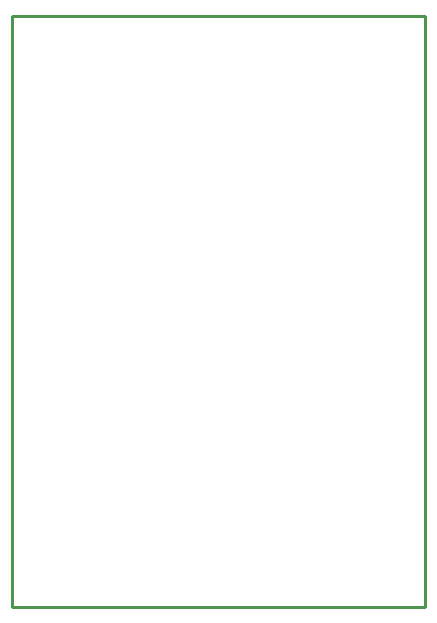
<source format=gbr>
G04*
G04 #@! TF.GenerationSoftware,Altium Limited,Altium Designer,24.10.1 (45)*
G04*
G04 Layer_Color=16711935*
%FSLAX44Y44*%
%MOMM*%
G71*
G04*
G04 #@! TF.SameCoordinates,13406729-6A9E-4D45-95CC-4102649AE279*
G04*
G04*
G04 #@! TF.FilePolarity,Positive*
G04*
G01*
G75*
%ADD13C,0.2540*%
D13*
X350000Y0D02*
Y500000D01*
X0D02*
X350000Y500000D01*
X0Y0D02*
X350000D01*
X0D02*
Y500000D01*
M02*

</source>
